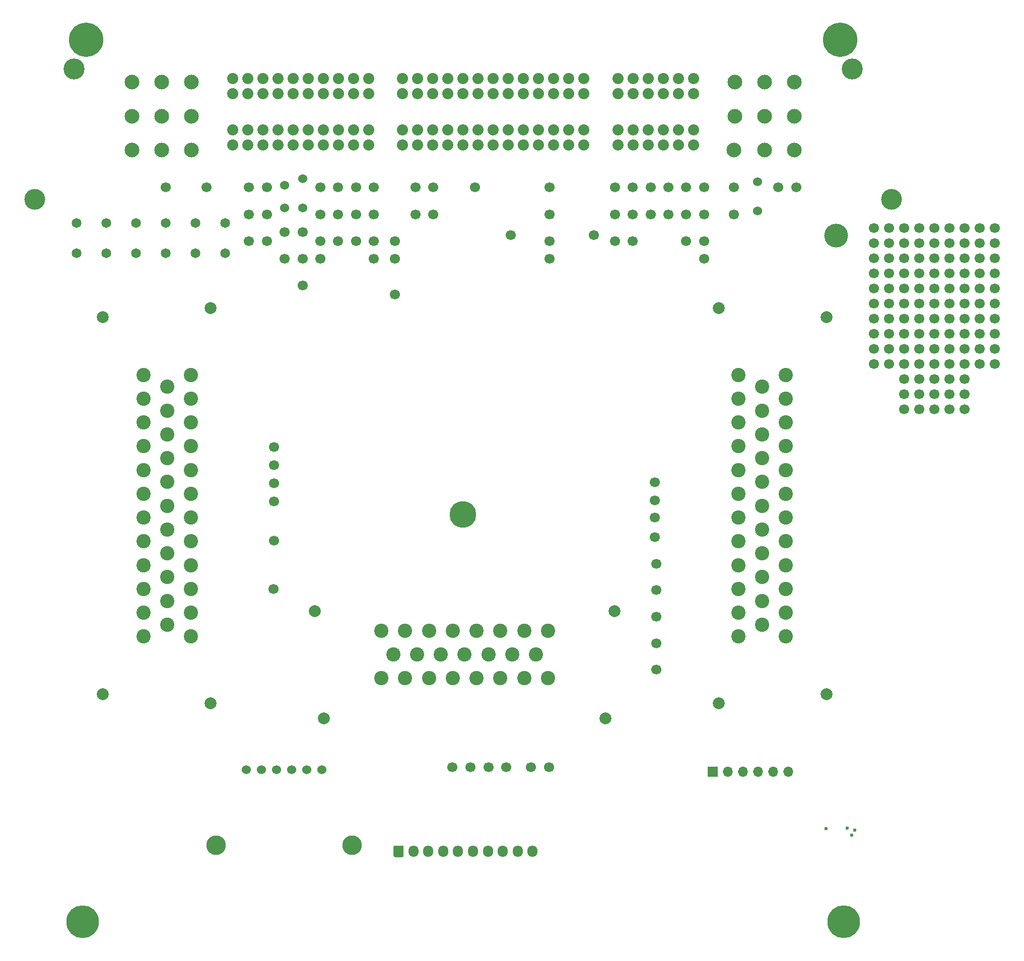
<source format=gbs>
G04 #@! TF.GenerationSoftware,KiCad,Pcbnew,(5.99.0-13086-gffd1139cfe)*
G04 #@! TF.CreationDate,2021-11-14T02:18:31+03:00*
G04 #@! TF.ProjectId,proteusM54,70726f74-6575-4734-9d35-342e6b696361,a*
G04 #@! TF.SameCoordinates,PX4d3f640PYcfb5d40*
G04 #@! TF.FileFunction,Soldermask,Bot*
G04 #@! TF.FilePolarity,Negative*
%FSLAX46Y46*%
G04 Gerber Fmt 4.6, Leading zero omitted, Abs format (unit mm)*
G04 Created by KiCad (PCBNEW (5.99.0-13086-gffd1139cfe)) date 2021-11-14 02:18:31*
%MOMM*%
%LPD*%
G01*
G04 APERTURE LIST*
%ADD10C,1.700000*%
%ADD11C,5.500000*%
%ADD12R,1.700000X1.700000*%
%ADD13O,1.700000X1.700000*%
%ADD14C,1.650000*%
%ADD15C,2.475000*%
%ADD16C,1.875000*%
%ADD17C,3.525000*%
%ADD18C,5.775000*%
%ADD19C,4.500000*%
%ADD20C,3.302000*%
%ADD21C,1.524000*%
%ADD22C,0.599999*%
%ADD23C,3.500000*%
%ADD24C,2.000000*%
%ADD25C,2.400000*%
%ADD26O,1.700000X1.950000*%
%ADD27C,4.000000*%
G04 APERTURE END LIST*
D10*
G04 #@! TO.C,P17*
X125500000Y130000000D03*
G04 #@! TD*
G04 #@! TO.C,P68*
X123220000Y80424000D03*
G04 #@! TD*
G04 #@! TO.C,P38*
X70000000Y125500000D03*
G04 #@! TD*
G04 #@! TO.C,G2*
X175290000Y100330000D03*
X175290000Y102870000D03*
X175290000Y105410000D03*
X175290000Y107950000D03*
X175290000Y110490000D03*
X177830000Y100330000D03*
X177830000Y102870000D03*
X177830000Y105410000D03*
X177830000Y107950000D03*
X177830000Y110490000D03*
X180370000Y100330000D03*
X180370000Y102870000D03*
X180370000Y105410000D03*
X180370000Y107950000D03*
X180370000Y110490000D03*
G04 #@! TD*
G04 #@! TO.C,P56*
X70000000Y121000000D03*
G04 #@! TD*
G04 #@! TO.C,P72*
X95280000Y32512000D03*
G04 #@! TD*
G04 #@! TO.C,P34*
X86000000Y130000000D03*
G04 #@! TD*
G04 #@! TO.C,P83*
X59100000Y62500000D03*
G04 #@! TD*
G04 #@! TO.C,P59*
X58000000Y130000000D03*
G04 #@! TD*
G04 #@! TO.C,P82*
X59212000Y70612000D03*
G04 #@! TD*
G04 #@! TO.C,G8*
X175290000Y113030000D03*
X175290000Y115570000D03*
X175290000Y118110000D03*
X175290000Y120650000D03*
X175290000Y123190000D03*
X177830000Y113030000D03*
X177830000Y115570000D03*
X177830000Y118110000D03*
X177830000Y120650000D03*
X177830000Y123190000D03*
X180370000Y113030000D03*
X180370000Y115570000D03*
X180370000Y118110000D03*
X180370000Y120650000D03*
X180370000Y123190000D03*
G04 #@! TD*
D11*
G04 #@! TO.C,J5*
X27000000Y6500000D03*
G04 #@! TD*
D12*
G04 #@! TO.C,J3*
X132950000Y31750000D03*
D13*
X135490000Y31750000D03*
X138030000Y31750000D03*
X140570000Y31750000D03*
X143110000Y31750000D03*
X145650000Y31750000D03*
G04 #@! TD*
D14*
G04 #@! TO.C,F7*
X46000000Y124040000D03*
X46000000Y118960000D03*
G04 #@! TD*
D10*
G04 #@! TO.C,P55*
X73000000Y130000000D03*
G04 #@! TD*
G04 #@! TO.C,P80*
X59212000Y83312000D03*
G04 #@! TD*
G04 #@! TO.C,P78*
X59212000Y86360000D03*
G04 #@! TD*
G04 #@! TO.C,P76*
X102392000Y32512000D03*
G04 #@! TD*
G04 #@! TO.C,P50*
X67000000Y125500000D03*
G04 #@! TD*
G04 #@! TO.C,P71*
X123500000Y66700000D03*
G04 #@! TD*
G04 #@! TO.C,P23*
X105500000Y118000000D03*
G04 #@! TD*
G04 #@! TO.C,P46*
X58000000Y121000000D03*
G04 #@! TD*
G04 #@! TO.C,P28*
X79500000Y112000000D03*
G04 #@! TD*
G04 #@! TO.C,P30*
X105500000Y125500000D03*
G04 #@! TD*
G04 #@! TO.C,P61*
X41000000Y130000000D03*
G04 #@! TD*
G04 #@! TO.C,P20*
X116500000Y130000000D03*
G04 #@! TD*
D15*
G04 #@! TO.C,J9*
X146700000Y147700000D03*
X141700000Y147700000D03*
X136700000Y147700000D03*
X146700000Y142000000D03*
X141700000Y142000000D03*
X136700000Y142000000D03*
X146700000Y136300000D03*
X141700000Y136300000D03*
X136540000Y136300000D03*
D16*
X129700000Y148300000D03*
X127160000Y148300000D03*
X124620000Y148300000D03*
X122080000Y148300000D03*
X119540000Y148300000D03*
X117000000Y148300000D03*
X129700000Y145760000D03*
X127160000Y145760000D03*
X124620000Y145760000D03*
X122080000Y145760000D03*
X119540000Y145760000D03*
X117000000Y145760000D03*
X129700000Y139710000D03*
X127160000Y139710000D03*
X124620000Y139710000D03*
X122080000Y139710000D03*
X119540000Y139710000D03*
X117000000Y139710000D03*
X129700000Y137170000D03*
X127160000Y137170000D03*
X124620000Y137170000D03*
X122080000Y137170000D03*
X119540000Y137170000D03*
X117000000Y137170000D03*
X111300000Y148300000D03*
X108760000Y148300000D03*
X106220000Y148300000D03*
X103680000Y148300000D03*
X101140000Y148300000D03*
X98600000Y148300000D03*
X96060000Y148300000D03*
X93520000Y148300000D03*
X90980000Y148300000D03*
X88440000Y148300000D03*
X85900000Y148300000D03*
X83360000Y148300000D03*
X80820000Y148300000D03*
X111300000Y145760000D03*
X108760000Y145760000D03*
X106220000Y145760000D03*
X103680000Y145760000D03*
X101140000Y145760000D03*
X98600000Y145760000D03*
X96060000Y145760000D03*
X93520000Y145760000D03*
X90980000Y145760000D03*
X88440000Y145760000D03*
X85900000Y145760000D03*
X83360000Y145760000D03*
X80820000Y145760000D03*
X111300000Y139710000D03*
X108760000Y139710000D03*
X106220000Y139710000D03*
X103680000Y139710000D03*
X101140000Y139710000D03*
X98600000Y139710000D03*
X96060000Y139710000D03*
X93520000Y139710000D03*
X90980000Y139710000D03*
X88440000Y139710000D03*
X85900000Y139710000D03*
X83360000Y139710000D03*
X80820000Y139710000D03*
X111300000Y137170000D03*
X108760000Y137170000D03*
X106220000Y137170000D03*
X103680000Y137170000D03*
X101140000Y137170000D03*
X98600000Y137170000D03*
X96060000Y137170000D03*
X93520000Y137170000D03*
X90980000Y137170000D03*
X88440000Y137170000D03*
X85900000Y137170000D03*
X83360000Y137170000D03*
X80820000Y137170000D03*
X75100000Y148300000D03*
X72560000Y148300000D03*
X70020000Y148300000D03*
X67480000Y148300000D03*
X64940000Y148300000D03*
X62400000Y148300000D03*
X59860000Y148300000D03*
X57320000Y148300000D03*
X54780000Y148300000D03*
X52240000Y148300000D03*
X75100000Y145760000D03*
X72560000Y145760000D03*
X70020000Y145760000D03*
X67480000Y145760000D03*
X64940000Y145760000D03*
X62400000Y145760000D03*
X59860000Y145760000D03*
X57320000Y145760000D03*
X54780000Y145760000D03*
X52240000Y145760000D03*
X75100000Y139710000D03*
X72560000Y139710000D03*
X70020000Y139710000D03*
X67480000Y139710000D03*
X64940000Y139710000D03*
X62400000Y139710000D03*
X59860000Y139710000D03*
X57320000Y139710000D03*
X54780000Y139710000D03*
X52240000Y139710000D03*
X75100000Y137170000D03*
X72560000Y137170000D03*
X70020000Y137170000D03*
X67480000Y137170000D03*
X64940000Y137170000D03*
X62400000Y137170000D03*
X59860000Y137170000D03*
X57320000Y137170000D03*
X54780000Y137170000D03*
X52240000Y137170000D03*
D15*
X45300000Y147700000D03*
X40300000Y147700000D03*
X35300000Y147700000D03*
X45300000Y142000000D03*
X40300000Y142000000D03*
X35300000Y142000000D03*
X45300000Y136300000D03*
X40300000Y136300000D03*
X35300000Y136300000D03*
D17*
X156400000Y149900000D03*
X25600000Y149900000D03*
D18*
X154350000Y154800000D03*
X27650000Y154800000D03*
G04 #@! TD*
D10*
G04 #@! TO.C,P1*
X144000000Y130000000D03*
G04 #@! TD*
G04 #@! TO.C,G4*
X160050000Y100330000D03*
X160050000Y102870000D03*
X160050000Y105410000D03*
X160050000Y107950000D03*
X160050000Y110490000D03*
X162590000Y100330000D03*
X162590000Y102870000D03*
X162590000Y105410000D03*
X162590000Y107950000D03*
X162590000Y110490000D03*
X165130000Y100330000D03*
X165130000Y102870000D03*
X165130000Y105410000D03*
X165130000Y107950000D03*
X165130000Y110490000D03*
G04 #@! TD*
G04 #@! TO.C,P16*
X128500000Y130000000D03*
G04 #@! TD*
D19*
G04 #@! TO.C,J6*
X91000000Y75000000D03*
G04 #@! TD*
D10*
G04 #@! TO.C,P77*
X105440000Y32512000D03*
G04 #@! TD*
G04 #@! TO.C,P31*
X79500000Y118000000D03*
G04 #@! TD*
D20*
G04 #@! TO.C,U2*
X49470000Y19410000D03*
X72330000Y19410000D03*
D21*
X67250000Y32110000D03*
X64710000Y32110000D03*
X62170000Y32110000D03*
X59630000Y32110000D03*
X57090000Y32110000D03*
X54550000Y32110000D03*
G04 #@! TD*
D10*
G04 #@! TO.C,P6*
X128500000Y121000000D03*
G04 #@! TD*
D14*
G04 #@! TO.C,F3*
X31000000Y124040000D03*
X31000000Y118960000D03*
G04 #@! TD*
D10*
G04 #@! TO.C,P15*
X131500000Y125500000D03*
G04 #@! TD*
G04 #@! TO.C,G3*
X167670000Y100330000D03*
X167670000Y102870000D03*
X167670000Y105410000D03*
X167670000Y107950000D03*
X167670000Y110490000D03*
X170210000Y100330000D03*
X170210000Y102870000D03*
X170210000Y105410000D03*
X170210000Y107950000D03*
X170210000Y110490000D03*
X172750000Y100330000D03*
X172750000Y102870000D03*
X172750000Y105410000D03*
X172750000Y107950000D03*
X172750000Y110490000D03*
G04 #@! TD*
G04 #@! TO.C,P22*
X105500000Y121000000D03*
G04 #@! TD*
G04 #@! TO.C,P74*
X89184000Y32512000D03*
G04 #@! TD*
G04 #@! TO.C,P13*
X119500000Y125500000D03*
G04 #@! TD*
G04 #@! TO.C,P8*
X116500000Y121000000D03*
G04 #@! TD*
G04 #@! TO.C,P58*
X67000000Y130000000D03*
G04 #@! TD*
G04 #@! TO.C,P41*
X76000000Y121000000D03*
G04 #@! TD*
D21*
G04 #@! TO.C,R1*
X61000000Y130405000D03*
X61000000Y126595000D03*
G04 #@! TD*
D10*
G04 #@! TO.C,P39*
X67000000Y118000000D03*
G04 #@! TD*
D22*
G04 #@! TO.C,M2*
X156813338Y21937499D03*
X156288338Y21062497D03*
X155538340Y22237501D03*
X151988339Y22162498D03*
G04 #@! TD*
D10*
G04 #@! TO.C,P24*
X99000000Y122000000D03*
G04 #@! TD*
G04 #@! TO.C,P4*
X136500000Y130000000D03*
G04 #@! TD*
G04 #@! TO.C,P2*
X136500000Y125500000D03*
G04 #@! TD*
D21*
G04 #@! TO.C,F1*
X140500000Y130950000D03*
X140500000Y126050000D03*
G04 #@! TD*
D10*
G04 #@! TO.C,P53*
X55000000Y125500000D03*
G04 #@! TD*
G04 #@! TO.C,P67*
X123500000Y62300000D03*
G04 #@! TD*
G04 #@! TO.C,P60*
X55000000Y130000000D03*
G04 #@! TD*
G04 #@! TO.C,P52*
X58000000Y125500000D03*
G04 #@! TD*
D23*
G04 #@! TO.C,J2*
X163000000Y128000000D03*
G04 #@! TD*
D10*
G04 #@! TO.C,P45*
X61000000Y122500000D03*
G04 #@! TD*
G04 #@! TO.C,P65*
X123500000Y48900000D03*
G04 #@! TD*
G04 #@! TO.C,P7*
X119500000Y121000000D03*
G04 #@! TD*
G04 #@! TO.C,P63*
X123200000Y71200000D03*
G04 #@! TD*
G04 #@! TO.C,P47*
X55000000Y121000000D03*
G04 #@! TD*
G04 #@! TO.C,P54*
X76000000Y130000000D03*
G04 #@! TD*
D14*
G04 #@! TO.C,F6*
X41000000Y124040000D03*
X41000000Y118960000D03*
G04 #@! TD*
D10*
G04 #@! TO.C,P11*
X125500000Y125500000D03*
G04 #@! TD*
G04 #@! TO.C,G5*
X167670000Y113030000D03*
X167670000Y115570000D03*
X167670000Y118110000D03*
X167670000Y120650000D03*
X167670000Y123190000D03*
X170210000Y113030000D03*
X170210000Y115570000D03*
X170210000Y118110000D03*
X170210000Y120650000D03*
X170210000Y123190000D03*
X172750000Y113030000D03*
X172750000Y115570000D03*
X172750000Y118110000D03*
X172750000Y120650000D03*
X172750000Y123190000D03*
G04 #@! TD*
G04 #@! TO.C,P48*
X76000000Y125500000D03*
G04 #@! TD*
G04 #@! TO.C,P62*
X47900000Y130000000D03*
G04 #@! TD*
D23*
G04 #@! TO.C,J1*
X19000000Y128000000D03*
G04 #@! TD*
D10*
G04 #@! TO.C,P21*
X131500000Y130000000D03*
G04 #@! TD*
G04 #@! TO.C,P70*
X123200000Y74500000D03*
G04 #@! TD*
G04 #@! TO.C,P14*
X116500000Y125500000D03*
G04 #@! TD*
G04 #@! TO.C,P64*
X123500000Y57800000D03*
G04 #@! TD*
G04 #@! TO.C,P73*
X98200000Y32500000D03*
G04 #@! TD*
G04 #@! TO.C,P5*
X131500000Y118000000D03*
G04 #@! TD*
G04 #@! TO.C,P79*
X59212000Y80264000D03*
G04 #@! TD*
G04 #@! TO.C,P35*
X83000000Y130000000D03*
G04 #@! TD*
G04 #@! TO.C,P37*
X73000000Y121000000D03*
G04 #@! TD*
G04 #@! TO.C,P27*
X83000000Y125500000D03*
G04 #@! TD*
D21*
G04 #@! TO.C,F2*
X64000000Y131450000D03*
X64000000Y126550000D03*
G04 #@! TD*
D10*
G04 #@! TO.C,G6*
X175290000Y92710000D03*
X172750000Y92710000D03*
X170210000Y92710000D03*
X167670000Y92710000D03*
X165130000Y92710000D03*
X175290000Y95250000D03*
X172750000Y95250000D03*
X170210000Y95250000D03*
X167670000Y95250000D03*
X165130000Y95250000D03*
X175290000Y97790000D03*
X172750000Y97790000D03*
X170210000Y97790000D03*
X167670000Y97790000D03*
X165130000Y97790000D03*
G04 #@! TD*
G04 #@! TO.C,P36*
X76000000Y118000000D03*
G04 #@! TD*
G04 #@! TO.C,P44*
X64000000Y113500000D03*
G04 #@! TD*
G04 #@! TO.C,P66*
X123500000Y53300000D03*
G04 #@! TD*
G04 #@! TO.C,P51*
X61000000Y118000000D03*
G04 #@! TD*
D14*
G04 #@! TO.C,F8*
X36000000Y124040000D03*
X36000000Y118960000D03*
G04 #@! TD*
G04 #@! TO.C,F5*
X51000000Y124040000D03*
X51000000Y118960000D03*
G04 #@! TD*
D10*
G04 #@! TO.C,P49*
X73000000Y125500000D03*
G04 #@! TD*
G04 #@! TO.C,P29*
X113000000Y122000000D03*
G04 #@! TD*
G04 #@! TO.C,P57*
X70000000Y130000000D03*
G04 #@! TD*
G04 #@! TO.C,P33*
X105500000Y130000000D03*
G04 #@! TD*
G04 #@! TO.C,P81*
X59200000Y77200000D03*
G04 #@! TD*
G04 #@! TO.C,G7*
X160050000Y113030000D03*
X160050000Y115570000D03*
X160050000Y118110000D03*
X160050000Y120650000D03*
X160050000Y123190000D03*
X162590000Y113030000D03*
X162590000Y115570000D03*
X162590000Y118110000D03*
X162590000Y120650000D03*
X162590000Y123190000D03*
X165130000Y113030000D03*
X165130000Y115570000D03*
X165130000Y118110000D03*
X165130000Y120650000D03*
X165130000Y123190000D03*
G04 #@! TD*
G04 #@! TO.C,P26*
X86000000Y125500000D03*
G04 #@! TD*
G04 #@! TO.C,P3*
X147000000Y130000000D03*
G04 #@! TD*
D24*
G04 #@! TO.C,BRD1*
X116450001Y58775000D03*
X30450001Y108175000D03*
X152050001Y108175000D03*
X66050001Y58775000D03*
X133950001Y43275000D03*
X30450001Y44775000D03*
X48550001Y109675000D03*
X114950001Y40675000D03*
X152050001Y44775000D03*
X48550001Y43275000D03*
X67550001Y40675000D03*
X133950001Y109675000D03*
D25*
X145250001Y54475000D03*
X145250001Y58475000D03*
X145250001Y62475000D03*
X145250001Y66475000D03*
X145250001Y70475000D03*
X145250001Y74475000D03*
X145250001Y78475000D03*
X145250001Y82475000D03*
X145250001Y86475000D03*
X145250001Y90475000D03*
X145250001Y94475000D03*
X145250001Y98475000D03*
X141250001Y56475000D03*
X141250001Y60475000D03*
X141250001Y64475000D03*
X141250001Y68475000D03*
X141250001Y72475000D03*
X141250001Y76475000D03*
X141250001Y80475000D03*
X141250001Y84475000D03*
X141250001Y88475000D03*
X141250001Y92475000D03*
X141250001Y96475000D03*
X137250001Y54475000D03*
X137250001Y58475000D03*
X137250001Y62475000D03*
X137250001Y66475000D03*
X137250001Y70475000D03*
X137250001Y74475000D03*
X137250001Y78475000D03*
X137250001Y82475000D03*
X137250001Y86475000D03*
X137250001Y90475000D03*
X137250001Y94475000D03*
X137250001Y98475000D03*
X77250001Y47475000D03*
X81250001Y47475000D03*
X85250001Y47475000D03*
X89250001Y47475000D03*
X93250001Y47475000D03*
X97250001Y47475000D03*
X101250001Y47475000D03*
X105250001Y47475000D03*
X79250001Y51475000D03*
X83250001Y51475000D03*
X87250001Y51475000D03*
X91250001Y51475000D03*
X95250001Y51475000D03*
X99250001Y51475000D03*
X103250001Y51475000D03*
X77250001Y55475000D03*
X81250001Y55475000D03*
X85250001Y55475000D03*
X89250001Y55475000D03*
X93250001Y55475000D03*
X97250001Y55475000D03*
X101250001Y55475000D03*
X105250001Y55475000D03*
X37250001Y98475000D03*
X37250001Y94475000D03*
X37250001Y90475000D03*
X37250001Y86475000D03*
X37250001Y82475000D03*
X37250001Y78475000D03*
X37250001Y74475000D03*
X37250001Y70475000D03*
X37250001Y66475000D03*
X37250001Y62475000D03*
X37250001Y58475000D03*
X37250001Y54475000D03*
X41250001Y96475000D03*
X41250001Y92475000D03*
X41250001Y88475000D03*
X41250001Y84475000D03*
X41250001Y80475000D03*
X41250001Y76475000D03*
X41250001Y72475000D03*
X41250001Y68475000D03*
X41250001Y64475000D03*
X41250001Y60475000D03*
X41250001Y56475000D03*
X45250001Y98475000D03*
X45250001Y94475000D03*
X45250001Y90475000D03*
X45250001Y86475000D03*
X45250001Y82475000D03*
X45250001Y78475000D03*
X45250001Y74475000D03*
X45250001Y70475000D03*
X45250001Y66475000D03*
X45250001Y62475000D03*
X45250001Y58475000D03*
X45250001Y54475000D03*
G04 #@! TD*
D10*
G04 #@! TO.C,P75*
X92232000Y32512000D03*
G04 #@! TD*
G04 #@! TO.C,J10*
G36*
G01*
X79300000Y17625000D02*
X79300000Y19075000D01*
G75*
G02*
X79550000Y19325000I250000J0D01*
G01*
X80750000Y19325000D01*
G75*
G02*
X81000000Y19075000I0J-250000D01*
G01*
X81000000Y17625000D01*
G75*
G02*
X80750000Y17375000I-250000J0D01*
G01*
X79550000Y17375000D01*
G75*
G02*
X79300000Y17625000I0J250000D01*
G01*
G37*
D26*
X82650000Y18350000D03*
X85150000Y18350000D03*
X87650000Y18350000D03*
X90150000Y18350000D03*
X92650000Y18350000D03*
X95150000Y18350000D03*
X97650000Y18350000D03*
X100150000Y18350000D03*
X102650000Y18350000D03*
G04 #@! TD*
D11*
G04 #@! TO.C,J4*
X155000000Y6500000D03*
G04 #@! TD*
D14*
G04 #@! TO.C,F4*
X26000000Y124040000D03*
X26000000Y118960000D03*
G04 #@! TD*
D10*
G04 #@! TO.C,P12*
X122500000Y125500000D03*
G04 #@! TD*
G04 #@! TO.C,P18*
X122500000Y130000000D03*
G04 #@! TD*
G04 #@! TO.C,P43*
X64000000Y122500000D03*
G04 #@! TD*
G04 #@! TO.C,P69*
X123220000Y77376000D03*
G04 #@! TD*
G04 #@! TO.C,P10*
X128500000Y125500000D03*
G04 #@! TD*
G04 #@! TO.C,P32*
X79500000Y121000000D03*
G04 #@! TD*
G04 #@! TO.C,P42*
X67000000Y121000000D03*
G04 #@! TD*
G04 #@! TO.C,P40*
X64000000Y118000000D03*
G04 #@! TD*
G04 #@! TO.C,P9*
X131500000Y121000000D03*
G04 #@! TD*
G04 #@! TO.C,P19*
X119500000Y130000000D03*
G04 #@! TD*
G04 #@! TO.C,P25*
X93000000Y130000000D03*
G04 #@! TD*
D27*
G04 #@! TO.C,J7*
X153700000Y121920000D03*
G04 #@! TD*
M02*

</source>
